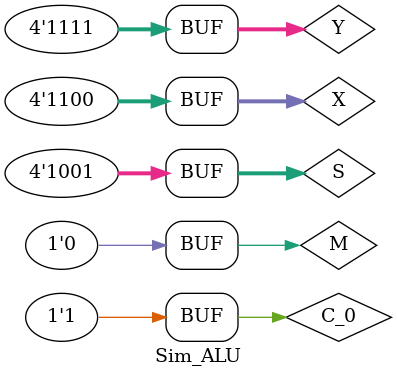
<source format=v>
`timescale 1ns / 1ps


module Sim_ALU(

    );
    reg [3:0] X;
    reg [3:0] Y;
    reg C_0;
    reg M;
    reg [3:0] S; 
    ALU myalu(X,Y,S,C_0,M);
    initial begin
        X<=4'b0;
        Y<=4'b0;
        C_0<=0;
        M<=0;
        S<=4'b0;
        #100
       
        S<=4'b0001;X<=4'b1100;Y<=4'b1111;C_0<=1;M<=1;#10
        M<=0;#10
        S<=4'b1001;X<=4'b1100;Y<=4'b1111;C_0<=1;M<=1;#10
        M<=0;
    end
endmodule

</source>
